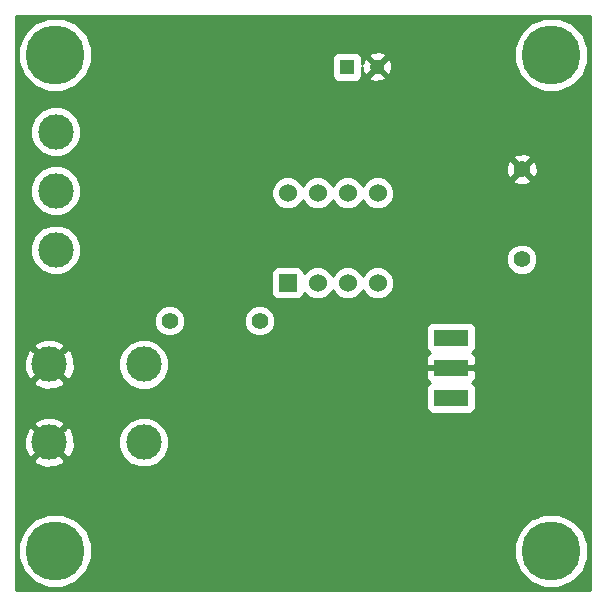
<source format=gbl>
G04 (created by PCBNEW (2014-01-10 BZR 4027)-stable) date Saturday, May 10, 2014 'pmt' 10:24:49 pm*
%MOIN*%
G04 Gerber Fmt 3.4, Leading zero omitted, Abs format*
%FSLAX34Y34*%
G01*
G70*
G90*
G04 APERTURE LIST*
%ADD10C,0.00590551*%
%ADD11R,0.06X0.06*%
%ADD12C,0.06*%
%ADD13C,0.055*%
%ADD14R,0.11811X0.0551181*%
%ADD15C,0.11811*%
%ADD16C,0.19685*%
%ADD17R,0.05X0.05*%
%ADD18C,0.05*%
%ADD19C,0.01*%
G04 APERTURE END LIST*
G54D10*
G54D11*
X72318Y-52484D03*
G54D12*
X73318Y-52484D03*
X74318Y-52484D03*
X75318Y-52484D03*
X75318Y-49484D03*
X74318Y-49484D03*
X73318Y-49484D03*
X72318Y-49484D03*
G54D13*
X80118Y-48696D03*
X80118Y-51696D03*
X68381Y-53740D03*
X71381Y-53740D03*
G54D14*
X77755Y-54314D03*
X77755Y-55314D03*
X77755Y-56314D03*
G54D15*
X67519Y-55196D03*
X64370Y-57795D03*
X67519Y-57795D03*
X64370Y-55196D03*
X64586Y-49409D03*
X64586Y-47440D03*
X64586Y-51377D03*
G54D16*
X81102Y-44881D03*
X64566Y-44881D03*
X64566Y-61417D03*
X81102Y-61417D03*
G54D17*
X74303Y-45275D03*
G54D18*
X75303Y-45275D03*
G54D10*
G36*
X82407Y-62722D02*
X82336Y-62722D01*
X82336Y-61172D01*
X82336Y-44637D01*
X82149Y-44183D01*
X81802Y-43836D01*
X81348Y-43647D01*
X80857Y-43647D01*
X80404Y-43834D01*
X80056Y-44181D01*
X79868Y-44635D01*
X79867Y-45126D01*
X80055Y-45580D01*
X80402Y-45927D01*
X80855Y-46115D01*
X81346Y-46116D01*
X81800Y-45928D01*
X82148Y-45581D01*
X82336Y-45128D01*
X82336Y-44637D01*
X82336Y-61172D01*
X82149Y-60719D01*
X81802Y-60371D01*
X81348Y-60183D01*
X80857Y-60182D01*
X80648Y-60269D01*
X80648Y-48772D01*
X80636Y-48564D01*
X80578Y-48424D01*
X80485Y-48399D01*
X80415Y-48470D01*
X80415Y-48329D01*
X80390Y-48236D01*
X80193Y-48166D01*
X79985Y-48178D01*
X79845Y-48236D01*
X79821Y-48329D01*
X80118Y-48626D01*
X80415Y-48329D01*
X80415Y-48470D01*
X80188Y-48696D01*
X80485Y-48993D01*
X80578Y-48969D01*
X80648Y-48772D01*
X80648Y-60269D01*
X80643Y-60271D01*
X80643Y-51592D01*
X80563Y-51399D01*
X80415Y-51252D01*
X80415Y-51251D01*
X80415Y-49064D01*
X80118Y-48767D01*
X80047Y-48838D01*
X80047Y-48696D01*
X79750Y-48399D01*
X79657Y-48424D01*
X79588Y-48621D01*
X79599Y-48829D01*
X79657Y-48969D01*
X79750Y-48993D01*
X80047Y-48696D01*
X80047Y-48838D01*
X79821Y-49064D01*
X79845Y-49157D01*
X80042Y-49226D01*
X80250Y-49215D01*
X80390Y-49157D01*
X80415Y-49064D01*
X80415Y-51251D01*
X80222Y-51171D01*
X80014Y-51171D01*
X79821Y-51251D01*
X79673Y-51399D01*
X79593Y-51591D01*
X79593Y-51800D01*
X79672Y-51993D01*
X79820Y-52141D01*
X80013Y-52221D01*
X80222Y-52221D01*
X80415Y-52142D01*
X80562Y-51994D01*
X80643Y-51801D01*
X80643Y-51592D01*
X80643Y-60271D01*
X80404Y-60370D01*
X80056Y-60717D01*
X79868Y-61170D01*
X79867Y-61661D01*
X80055Y-62115D01*
X80402Y-62463D01*
X80855Y-62651D01*
X81346Y-62651D01*
X81800Y-62464D01*
X82148Y-62117D01*
X82336Y-61663D01*
X82336Y-61172D01*
X82336Y-62722D01*
X78596Y-62722D01*
X78596Y-56541D01*
X78596Y-55989D01*
X78558Y-55897D01*
X78488Y-55827D01*
X78457Y-55814D01*
X78488Y-55802D01*
X78558Y-55731D01*
X78596Y-55640D01*
X78596Y-54989D01*
X78558Y-54897D01*
X78488Y-54827D01*
X78457Y-54814D01*
X78487Y-54802D01*
X78558Y-54732D01*
X78596Y-54640D01*
X78596Y-54541D01*
X78596Y-53989D01*
X78558Y-53897D01*
X78488Y-53827D01*
X78396Y-53789D01*
X78296Y-53789D01*
X77115Y-53789D01*
X77023Y-53827D01*
X76953Y-53897D01*
X76915Y-53989D01*
X76915Y-54088D01*
X76915Y-54640D01*
X76953Y-54731D01*
X77023Y-54802D01*
X77053Y-54814D01*
X77023Y-54827D01*
X76953Y-54897D01*
X76915Y-54989D01*
X76915Y-55202D01*
X76977Y-55264D01*
X77705Y-55264D01*
X77705Y-55257D01*
X77805Y-55257D01*
X77805Y-55264D01*
X78533Y-55264D01*
X78596Y-55202D01*
X78596Y-54989D01*
X78596Y-55640D01*
X78596Y-55427D01*
X78533Y-55364D01*
X77805Y-55364D01*
X77805Y-55372D01*
X77705Y-55372D01*
X77705Y-55364D01*
X76977Y-55364D01*
X76915Y-55427D01*
X76915Y-55640D01*
X76953Y-55731D01*
X77023Y-55802D01*
X77053Y-55814D01*
X77023Y-55827D01*
X76953Y-55897D01*
X76915Y-55989D01*
X76915Y-56088D01*
X76915Y-56640D01*
X76953Y-56731D01*
X77023Y-56802D01*
X77115Y-56840D01*
X77214Y-56840D01*
X78395Y-56840D01*
X78487Y-56802D01*
X78558Y-56732D01*
X78596Y-56640D01*
X78596Y-56541D01*
X78596Y-62722D01*
X75868Y-62722D01*
X75868Y-52375D01*
X75868Y-49375D01*
X75808Y-49228D01*
X75808Y-45345D01*
X75796Y-45146D01*
X75742Y-45017D01*
X75652Y-44996D01*
X75582Y-45067D01*
X75582Y-44925D01*
X75560Y-44835D01*
X75372Y-44770D01*
X75174Y-44782D01*
X75045Y-44835D01*
X75024Y-44925D01*
X75303Y-45204D01*
X75582Y-44925D01*
X75582Y-45067D01*
X75373Y-45275D01*
X75652Y-45554D01*
X75742Y-45533D01*
X75808Y-45345D01*
X75808Y-49228D01*
X75785Y-49173D01*
X75630Y-49018D01*
X75582Y-48998D01*
X75582Y-45625D01*
X75303Y-45346D01*
X75232Y-45417D01*
X75232Y-45275D01*
X74953Y-44996D01*
X74863Y-45017D01*
X74803Y-45191D01*
X74803Y-44976D01*
X74765Y-44884D01*
X74694Y-44813D01*
X74603Y-44775D01*
X74503Y-44775D01*
X74003Y-44775D01*
X73911Y-44813D01*
X73841Y-44883D01*
X73803Y-44975D01*
X73803Y-45075D01*
X73803Y-45575D01*
X73841Y-45667D01*
X73911Y-45737D01*
X74003Y-45775D01*
X74102Y-45775D01*
X74602Y-45775D01*
X74694Y-45737D01*
X74764Y-45667D01*
X74803Y-45575D01*
X74803Y-45476D01*
X74803Y-45291D01*
X74809Y-45404D01*
X74863Y-45533D01*
X74953Y-45554D01*
X75232Y-45275D01*
X75232Y-45417D01*
X75024Y-45625D01*
X75045Y-45715D01*
X75233Y-45780D01*
X75431Y-45768D01*
X75560Y-45715D01*
X75582Y-45625D01*
X75582Y-48998D01*
X75428Y-48934D01*
X75209Y-48934D01*
X75007Y-49017D01*
X74852Y-49172D01*
X74818Y-49254D01*
X74785Y-49173D01*
X74630Y-49018D01*
X74428Y-48934D01*
X74209Y-48934D01*
X74007Y-49017D01*
X73852Y-49172D01*
X73818Y-49254D01*
X73785Y-49173D01*
X73630Y-49018D01*
X73428Y-48934D01*
X73209Y-48934D01*
X73007Y-49017D01*
X72852Y-49172D01*
X72818Y-49254D01*
X72785Y-49173D01*
X72630Y-49018D01*
X72428Y-48934D01*
X72209Y-48934D01*
X72007Y-49017D01*
X71852Y-49172D01*
X71768Y-49374D01*
X71768Y-49593D01*
X71852Y-49795D01*
X72006Y-49950D01*
X72209Y-50034D01*
X72427Y-50034D01*
X72630Y-49950D01*
X72784Y-49796D01*
X72818Y-49714D01*
X72852Y-49795D01*
X73006Y-49950D01*
X73209Y-50034D01*
X73427Y-50034D01*
X73630Y-49950D01*
X73784Y-49796D01*
X73818Y-49714D01*
X73852Y-49795D01*
X74006Y-49950D01*
X74209Y-50034D01*
X74427Y-50034D01*
X74630Y-49950D01*
X74784Y-49796D01*
X74818Y-49714D01*
X74852Y-49795D01*
X75006Y-49950D01*
X75209Y-50034D01*
X75427Y-50034D01*
X75630Y-49950D01*
X75784Y-49796D01*
X75868Y-49594D01*
X75868Y-49375D01*
X75868Y-52375D01*
X75785Y-52173D01*
X75630Y-52018D01*
X75428Y-51934D01*
X75209Y-51934D01*
X75007Y-52017D01*
X74852Y-52172D01*
X74818Y-52254D01*
X74785Y-52173D01*
X74630Y-52018D01*
X74428Y-51934D01*
X74209Y-51934D01*
X74007Y-52017D01*
X73852Y-52172D01*
X73818Y-52254D01*
X73785Y-52173D01*
X73630Y-52018D01*
X73428Y-51934D01*
X73209Y-51934D01*
X73007Y-52017D01*
X72868Y-52156D01*
X72868Y-52134D01*
X72830Y-52042D01*
X72760Y-51972D01*
X72668Y-51934D01*
X72569Y-51934D01*
X71969Y-51934D01*
X71877Y-51972D01*
X71807Y-52042D01*
X71768Y-52134D01*
X71768Y-52233D01*
X71768Y-52833D01*
X71806Y-52925D01*
X71877Y-52996D01*
X71968Y-53034D01*
X72068Y-53034D01*
X72668Y-53034D01*
X72760Y-52996D01*
X72830Y-52926D01*
X72868Y-52834D01*
X72868Y-52811D01*
X73006Y-52950D01*
X73209Y-53034D01*
X73427Y-53034D01*
X73630Y-52950D01*
X73784Y-52796D01*
X73818Y-52714D01*
X73852Y-52795D01*
X74006Y-52950D01*
X74209Y-53034D01*
X74427Y-53034D01*
X74630Y-52950D01*
X74784Y-52796D01*
X74818Y-52714D01*
X74852Y-52795D01*
X75006Y-52950D01*
X75209Y-53034D01*
X75427Y-53034D01*
X75630Y-52950D01*
X75784Y-52796D01*
X75868Y-52594D01*
X75868Y-52375D01*
X75868Y-62722D01*
X71906Y-62722D01*
X71906Y-53636D01*
X71827Y-53443D01*
X71679Y-53295D01*
X71486Y-53215D01*
X71277Y-53215D01*
X71084Y-53294D01*
X70937Y-53442D01*
X70856Y-53635D01*
X70856Y-53844D01*
X70936Y-54037D01*
X71084Y-54184D01*
X71277Y-54265D01*
X71485Y-54265D01*
X71678Y-54185D01*
X71826Y-54037D01*
X71906Y-53845D01*
X71906Y-53636D01*
X71906Y-62722D01*
X68906Y-62722D01*
X68906Y-53636D01*
X68827Y-53443D01*
X68679Y-53295D01*
X68486Y-53215D01*
X68277Y-53215D01*
X68084Y-53294D01*
X67937Y-53442D01*
X67856Y-53635D01*
X67856Y-53844D01*
X67936Y-54037D01*
X68084Y-54184D01*
X68277Y-54265D01*
X68485Y-54265D01*
X68678Y-54185D01*
X68826Y-54037D01*
X68906Y-53845D01*
X68906Y-53636D01*
X68906Y-62722D01*
X68360Y-62722D01*
X68360Y-57628D01*
X68360Y-55030D01*
X68232Y-54721D01*
X67996Y-54484D01*
X67687Y-54356D01*
X67353Y-54356D01*
X67044Y-54483D01*
X66807Y-54720D01*
X66679Y-55028D01*
X66678Y-55363D01*
X66806Y-55672D01*
X67042Y-55909D01*
X67351Y-56037D01*
X67686Y-56037D01*
X67995Y-55909D01*
X68231Y-55673D01*
X68360Y-55364D01*
X68360Y-55030D01*
X68360Y-57628D01*
X68232Y-57319D01*
X67996Y-57083D01*
X67687Y-56954D01*
X67353Y-56954D01*
X67044Y-57082D01*
X66807Y-57318D01*
X66679Y-57627D01*
X66678Y-57961D01*
X66806Y-58270D01*
X67042Y-58507D01*
X67351Y-58635D01*
X67686Y-58635D01*
X67995Y-58508D01*
X68231Y-58272D01*
X68360Y-57963D01*
X68360Y-57628D01*
X68360Y-62722D01*
X65801Y-62722D01*
X65801Y-61172D01*
X65801Y-44637D01*
X65613Y-44183D01*
X65266Y-43836D01*
X64813Y-43647D01*
X64322Y-43647D01*
X63868Y-43834D01*
X63521Y-44181D01*
X63332Y-44635D01*
X63332Y-45126D01*
X63519Y-45580D01*
X63866Y-45927D01*
X64320Y-46115D01*
X64811Y-46116D01*
X65265Y-45928D01*
X65612Y-45581D01*
X65800Y-45128D01*
X65801Y-44637D01*
X65801Y-61172D01*
X65613Y-60719D01*
X65427Y-60532D01*
X65427Y-51211D01*
X65427Y-49242D01*
X65427Y-47274D01*
X65299Y-46965D01*
X65063Y-46728D01*
X64754Y-46600D01*
X64420Y-46600D01*
X64111Y-46727D01*
X63874Y-46964D01*
X63746Y-47273D01*
X63745Y-47607D01*
X63873Y-47916D01*
X64109Y-48153D01*
X64418Y-48281D01*
X64753Y-48281D01*
X65062Y-48153D01*
X65298Y-47917D01*
X65427Y-47608D01*
X65427Y-47274D01*
X65427Y-49242D01*
X65299Y-48933D01*
X65063Y-48697D01*
X64754Y-48569D01*
X64420Y-48568D01*
X64111Y-48696D01*
X63874Y-48932D01*
X63746Y-49241D01*
X63745Y-49575D01*
X63873Y-49884D01*
X64109Y-50121D01*
X64418Y-50249D01*
X64753Y-50250D01*
X65062Y-50122D01*
X65298Y-49886D01*
X65427Y-49577D01*
X65427Y-49242D01*
X65427Y-51211D01*
X65299Y-50902D01*
X65063Y-50665D01*
X64754Y-50537D01*
X64420Y-50537D01*
X64111Y-50664D01*
X63874Y-50901D01*
X63746Y-51210D01*
X63745Y-51544D01*
X63873Y-51853D01*
X64109Y-52090D01*
X64418Y-52218D01*
X64753Y-52218D01*
X65062Y-52090D01*
X65298Y-51854D01*
X65427Y-51545D01*
X65427Y-51211D01*
X65427Y-60532D01*
X65266Y-60371D01*
X65213Y-60349D01*
X65213Y-57946D01*
X65213Y-55347D01*
X65207Y-55013D01*
X65091Y-54734D01*
X64966Y-54671D01*
X64895Y-54742D01*
X64895Y-54600D01*
X64832Y-54475D01*
X64521Y-54353D01*
X64186Y-54359D01*
X63907Y-54475D01*
X63844Y-54600D01*
X64370Y-55126D01*
X64895Y-54600D01*
X64895Y-54742D01*
X64440Y-55196D01*
X64966Y-55722D01*
X65091Y-55659D01*
X65213Y-55347D01*
X65213Y-57946D01*
X65207Y-57612D01*
X65091Y-57332D01*
X64966Y-57269D01*
X64895Y-57340D01*
X64895Y-57199D01*
X64895Y-55792D01*
X64370Y-55267D01*
X64299Y-55338D01*
X64299Y-55196D01*
X63774Y-54671D01*
X63648Y-54734D01*
X63526Y-55045D01*
X63532Y-55380D01*
X63648Y-55659D01*
X63774Y-55722D01*
X64299Y-55196D01*
X64299Y-55338D01*
X63844Y-55792D01*
X63907Y-55918D01*
X64218Y-56040D01*
X64553Y-56034D01*
X64832Y-55918D01*
X64895Y-55792D01*
X64895Y-57199D01*
X64832Y-57073D01*
X64521Y-56951D01*
X64186Y-56958D01*
X63907Y-57073D01*
X63844Y-57199D01*
X64370Y-57724D01*
X64895Y-57199D01*
X64895Y-57340D01*
X64440Y-57795D01*
X64966Y-58320D01*
X65091Y-58257D01*
X65213Y-57946D01*
X65213Y-60349D01*
X64895Y-60217D01*
X64895Y-58391D01*
X64370Y-57865D01*
X64299Y-57936D01*
X64299Y-57795D01*
X63774Y-57269D01*
X63648Y-57332D01*
X63526Y-57644D01*
X63532Y-57978D01*
X63648Y-58257D01*
X63774Y-58320D01*
X64299Y-57795D01*
X64299Y-57936D01*
X63844Y-58391D01*
X63907Y-58516D01*
X64218Y-58638D01*
X64553Y-58632D01*
X64832Y-58516D01*
X64895Y-58391D01*
X64895Y-60217D01*
X64813Y-60183D01*
X64322Y-60182D01*
X63868Y-60370D01*
X63521Y-60717D01*
X63332Y-61170D01*
X63332Y-61661D01*
X63519Y-62115D01*
X63866Y-62463D01*
X64320Y-62651D01*
X64811Y-62651D01*
X65265Y-62464D01*
X65612Y-62117D01*
X65800Y-61663D01*
X65801Y-61172D01*
X65801Y-62722D01*
X63261Y-62722D01*
X63261Y-43576D01*
X82407Y-43576D01*
X82407Y-62722D01*
X82407Y-62722D01*
G37*
G54D19*
X82407Y-62722D02*
X82336Y-62722D01*
X82336Y-61172D01*
X82336Y-44637D01*
X82149Y-44183D01*
X81802Y-43836D01*
X81348Y-43647D01*
X80857Y-43647D01*
X80404Y-43834D01*
X80056Y-44181D01*
X79868Y-44635D01*
X79867Y-45126D01*
X80055Y-45580D01*
X80402Y-45927D01*
X80855Y-46115D01*
X81346Y-46116D01*
X81800Y-45928D01*
X82148Y-45581D01*
X82336Y-45128D01*
X82336Y-44637D01*
X82336Y-61172D01*
X82149Y-60719D01*
X81802Y-60371D01*
X81348Y-60183D01*
X80857Y-60182D01*
X80648Y-60269D01*
X80648Y-48772D01*
X80636Y-48564D01*
X80578Y-48424D01*
X80485Y-48399D01*
X80415Y-48470D01*
X80415Y-48329D01*
X80390Y-48236D01*
X80193Y-48166D01*
X79985Y-48178D01*
X79845Y-48236D01*
X79821Y-48329D01*
X80118Y-48626D01*
X80415Y-48329D01*
X80415Y-48470D01*
X80188Y-48696D01*
X80485Y-48993D01*
X80578Y-48969D01*
X80648Y-48772D01*
X80648Y-60269D01*
X80643Y-60271D01*
X80643Y-51592D01*
X80563Y-51399D01*
X80415Y-51252D01*
X80415Y-51251D01*
X80415Y-49064D01*
X80118Y-48767D01*
X80047Y-48838D01*
X80047Y-48696D01*
X79750Y-48399D01*
X79657Y-48424D01*
X79588Y-48621D01*
X79599Y-48829D01*
X79657Y-48969D01*
X79750Y-48993D01*
X80047Y-48696D01*
X80047Y-48838D01*
X79821Y-49064D01*
X79845Y-49157D01*
X80042Y-49226D01*
X80250Y-49215D01*
X80390Y-49157D01*
X80415Y-49064D01*
X80415Y-51251D01*
X80222Y-51171D01*
X80014Y-51171D01*
X79821Y-51251D01*
X79673Y-51399D01*
X79593Y-51591D01*
X79593Y-51800D01*
X79672Y-51993D01*
X79820Y-52141D01*
X80013Y-52221D01*
X80222Y-52221D01*
X80415Y-52142D01*
X80562Y-51994D01*
X80643Y-51801D01*
X80643Y-51592D01*
X80643Y-60271D01*
X80404Y-60370D01*
X80056Y-60717D01*
X79868Y-61170D01*
X79867Y-61661D01*
X80055Y-62115D01*
X80402Y-62463D01*
X80855Y-62651D01*
X81346Y-62651D01*
X81800Y-62464D01*
X82148Y-62117D01*
X82336Y-61663D01*
X82336Y-61172D01*
X82336Y-62722D01*
X78596Y-62722D01*
X78596Y-56541D01*
X78596Y-55989D01*
X78558Y-55897D01*
X78488Y-55827D01*
X78457Y-55814D01*
X78488Y-55802D01*
X78558Y-55731D01*
X78596Y-55640D01*
X78596Y-54989D01*
X78558Y-54897D01*
X78488Y-54827D01*
X78457Y-54814D01*
X78487Y-54802D01*
X78558Y-54732D01*
X78596Y-54640D01*
X78596Y-54541D01*
X78596Y-53989D01*
X78558Y-53897D01*
X78488Y-53827D01*
X78396Y-53789D01*
X78296Y-53789D01*
X77115Y-53789D01*
X77023Y-53827D01*
X76953Y-53897D01*
X76915Y-53989D01*
X76915Y-54088D01*
X76915Y-54640D01*
X76953Y-54731D01*
X77023Y-54802D01*
X77053Y-54814D01*
X77023Y-54827D01*
X76953Y-54897D01*
X76915Y-54989D01*
X76915Y-55202D01*
X76977Y-55264D01*
X77705Y-55264D01*
X77705Y-55257D01*
X77805Y-55257D01*
X77805Y-55264D01*
X78533Y-55264D01*
X78596Y-55202D01*
X78596Y-54989D01*
X78596Y-55640D01*
X78596Y-55427D01*
X78533Y-55364D01*
X77805Y-55364D01*
X77805Y-55372D01*
X77705Y-55372D01*
X77705Y-55364D01*
X76977Y-55364D01*
X76915Y-55427D01*
X76915Y-55640D01*
X76953Y-55731D01*
X77023Y-55802D01*
X77053Y-55814D01*
X77023Y-55827D01*
X76953Y-55897D01*
X76915Y-55989D01*
X76915Y-56088D01*
X76915Y-56640D01*
X76953Y-56731D01*
X77023Y-56802D01*
X77115Y-56840D01*
X77214Y-56840D01*
X78395Y-56840D01*
X78487Y-56802D01*
X78558Y-56732D01*
X78596Y-56640D01*
X78596Y-56541D01*
X78596Y-62722D01*
X75868Y-62722D01*
X75868Y-52375D01*
X75868Y-49375D01*
X75808Y-49228D01*
X75808Y-45345D01*
X75796Y-45146D01*
X75742Y-45017D01*
X75652Y-44996D01*
X75582Y-45067D01*
X75582Y-44925D01*
X75560Y-44835D01*
X75372Y-44770D01*
X75174Y-44782D01*
X75045Y-44835D01*
X75024Y-44925D01*
X75303Y-45204D01*
X75582Y-44925D01*
X75582Y-45067D01*
X75373Y-45275D01*
X75652Y-45554D01*
X75742Y-45533D01*
X75808Y-45345D01*
X75808Y-49228D01*
X75785Y-49173D01*
X75630Y-49018D01*
X75582Y-48998D01*
X75582Y-45625D01*
X75303Y-45346D01*
X75232Y-45417D01*
X75232Y-45275D01*
X74953Y-44996D01*
X74863Y-45017D01*
X74803Y-45191D01*
X74803Y-44976D01*
X74765Y-44884D01*
X74694Y-44813D01*
X74603Y-44775D01*
X74503Y-44775D01*
X74003Y-44775D01*
X73911Y-44813D01*
X73841Y-44883D01*
X73803Y-44975D01*
X73803Y-45075D01*
X73803Y-45575D01*
X73841Y-45667D01*
X73911Y-45737D01*
X74003Y-45775D01*
X74102Y-45775D01*
X74602Y-45775D01*
X74694Y-45737D01*
X74764Y-45667D01*
X74803Y-45575D01*
X74803Y-45476D01*
X74803Y-45291D01*
X74809Y-45404D01*
X74863Y-45533D01*
X74953Y-45554D01*
X75232Y-45275D01*
X75232Y-45417D01*
X75024Y-45625D01*
X75045Y-45715D01*
X75233Y-45780D01*
X75431Y-45768D01*
X75560Y-45715D01*
X75582Y-45625D01*
X75582Y-48998D01*
X75428Y-48934D01*
X75209Y-48934D01*
X75007Y-49017D01*
X74852Y-49172D01*
X74818Y-49254D01*
X74785Y-49173D01*
X74630Y-49018D01*
X74428Y-48934D01*
X74209Y-48934D01*
X74007Y-49017D01*
X73852Y-49172D01*
X73818Y-49254D01*
X73785Y-49173D01*
X73630Y-49018D01*
X73428Y-48934D01*
X73209Y-48934D01*
X73007Y-49017D01*
X72852Y-49172D01*
X72818Y-49254D01*
X72785Y-49173D01*
X72630Y-49018D01*
X72428Y-48934D01*
X72209Y-48934D01*
X72007Y-49017D01*
X71852Y-49172D01*
X71768Y-49374D01*
X71768Y-49593D01*
X71852Y-49795D01*
X72006Y-49950D01*
X72209Y-50034D01*
X72427Y-50034D01*
X72630Y-49950D01*
X72784Y-49796D01*
X72818Y-49714D01*
X72852Y-49795D01*
X73006Y-49950D01*
X73209Y-50034D01*
X73427Y-50034D01*
X73630Y-49950D01*
X73784Y-49796D01*
X73818Y-49714D01*
X73852Y-49795D01*
X74006Y-49950D01*
X74209Y-50034D01*
X74427Y-50034D01*
X74630Y-49950D01*
X74784Y-49796D01*
X74818Y-49714D01*
X74852Y-49795D01*
X75006Y-49950D01*
X75209Y-50034D01*
X75427Y-50034D01*
X75630Y-49950D01*
X75784Y-49796D01*
X75868Y-49594D01*
X75868Y-49375D01*
X75868Y-52375D01*
X75785Y-52173D01*
X75630Y-52018D01*
X75428Y-51934D01*
X75209Y-51934D01*
X75007Y-52017D01*
X74852Y-52172D01*
X74818Y-52254D01*
X74785Y-52173D01*
X74630Y-52018D01*
X74428Y-51934D01*
X74209Y-51934D01*
X74007Y-52017D01*
X73852Y-52172D01*
X73818Y-52254D01*
X73785Y-52173D01*
X73630Y-52018D01*
X73428Y-51934D01*
X73209Y-51934D01*
X73007Y-52017D01*
X72868Y-52156D01*
X72868Y-52134D01*
X72830Y-52042D01*
X72760Y-51972D01*
X72668Y-51934D01*
X72569Y-51934D01*
X71969Y-51934D01*
X71877Y-51972D01*
X71807Y-52042D01*
X71768Y-52134D01*
X71768Y-52233D01*
X71768Y-52833D01*
X71806Y-52925D01*
X71877Y-52996D01*
X71968Y-53034D01*
X72068Y-53034D01*
X72668Y-53034D01*
X72760Y-52996D01*
X72830Y-52926D01*
X72868Y-52834D01*
X72868Y-52811D01*
X73006Y-52950D01*
X73209Y-53034D01*
X73427Y-53034D01*
X73630Y-52950D01*
X73784Y-52796D01*
X73818Y-52714D01*
X73852Y-52795D01*
X74006Y-52950D01*
X74209Y-53034D01*
X74427Y-53034D01*
X74630Y-52950D01*
X74784Y-52796D01*
X74818Y-52714D01*
X74852Y-52795D01*
X75006Y-52950D01*
X75209Y-53034D01*
X75427Y-53034D01*
X75630Y-52950D01*
X75784Y-52796D01*
X75868Y-52594D01*
X75868Y-52375D01*
X75868Y-62722D01*
X71906Y-62722D01*
X71906Y-53636D01*
X71827Y-53443D01*
X71679Y-53295D01*
X71486Y-53215D01*
X71277Y-53215D01*
X71084Y-53294D01*
X70937Y-53442D01*
X70856Y-53635D01*
X70856Y-53844D01*
X70936Y-54037D01*
X71084Y-54184D01*
X71277Y-54265D01*
X71485Y-54265D01*
X71678Y-54185D01*
X71826Y-54037D01*
X71906Y-53845D01*
X71906Y-53636D01*
X71906Y-62722D01*
X68906Y-62722D01*
X68906Y-53636D01*
X68827Y-53443D01*
X68679Y-53295D01*
X68486Y-53215D01*
X68277Y-53215D01*
X68084Y-53294D01*
X67937Y-53442D01*
X67856Y-53635D01*
X67856Y-53844D01*
X67936Y-54037D01*
X68084Y-54184D01*
X68277Y-54265D01*
X68485Y-54265D01*
X68678Y-54185D01*
X68826Y-54037D01*
X68906Y-53845D01*
X68906Y-53636D01*
X68906Y-62722D01*
X68360Y-62722D01*
X68360Y-57628D01*
X68360Y-55030D01*
X68232Y-54721D01*
X67996Y-54484D01*
X67687Y-54356D01*
X67353Y-54356D01*
X67044Y-54483D01*
X66807Y-54720D01*
X66679Y-55028D01*
X66678Y-55363D01*
X66806Y-55672D01*
X67042Y-55909D01*
X67351Y-56037D01*
X67686Y-56037D01*
X67995Y-55909D01*
X68231Y-55673D01*
X68360Y-55364D01*
X68360Y-55030D01*
X68360Y-57628D01*
X68232Y-57319D01*
X67996Y-57083D01*
X67687Y-56954D01*
X67353Y-56954D01*
X67044Y-57082D01*
X66807Y-57318D01*
X66679Y-57627D01*
X66678Y-57961D01*
X66806Y-58270D01*
X67042Y-58507D01*
X67351Y-58635D01*
X67686Y-58635D01*
X67995Y-58508D01*
X68231Y-58272D01*
X68360Y-57963D01*
X68360Y-57628D01*
X68360Y-62722D01*
X65801Y-62722D01*
X65801Y-61172D01*
X65801Y-44637D01*
X65613Y-44183D01*
X65266Y-43836D01*
X64813Y-43647D01*
X64322Y-43647D01*
X63868Y-43834D01*
X63521Y-44181D01*
X63332Y-44635D01*
X63332Y-45126D01*
X63519Y-45580D01*
X63866Y-45927D01*
X64320Y-46115D01*
X64811Y-46116D01*
X65265Y-45928D01*
X65612Y-45581D01*
X65800Y-45128D01*
X65801Y-44637D01*
X65801Y-61172D01*
X65613Y-60719D01*
X65427Y-60532D01*
X65427Y-51211D01*
X65427Y-49242D01*
X65427Y-47274D01*
X65299Y-46965D01*
X65063Y-46728D01*
X64754Y-46600D01*
X64420Y-46600D01*
X64111Y-46727D01*
X63874Y-46964D01*
X63746Y-47273D01*
X63745Y-47607D01*
X63873Y-47916D01*
X64109Y-48153D01*
X64418Y-48281D01*
X64753Y-48281D01*
X65062Y-48153D01*
X65298Y-47917D01*
X65427Y-47608D01*
X65427Y-47274D01*
X65427Y-49242D01*
X65299Y-48933D01*
X65063Y-48697D01*
X64754Y-48569D01*
X64420Y-48568D01*
X64111Y-48696D01*
X63874Y-48932D01*
X63746Y-49241D01*
X63745Y-49575D01*
X63873Y-49884D01*
X64109Y-50121D01*
X64418Y-50249D01*
X64753Y-50250D01*
X65062Y-50122D01*
X65298Y-49886D01*
X65427Y-49577D01*
X65427Y-49242D01*
X65427Y-51211D01*
X65299Y-50902D01*
X65063Y-50665D01*
X64754Y-50537D01*
X64420Y-50537D01*
X64111Y-50664D01*
X63874Y-50901D01*
X63746Y-51210D01*
X63745Y-51544D01*
X63873Y-51853D01*
X64109Y-52090D01*
X64418Y-52218D01*
X64753Y-52218D01*
X65062Y-52090D01*
X65298Y-51854D01*
X65427Y-51545D01*
X65427Y-51211D01*
X65427Y-60532D01*
X65266Y-60371D01*
X65213Y-60349D01*
X65213Y-57946D01*
X65213Y-55347D01*
X65207Y-55013D01*
X65091Y-54734D01*
X64966Y-54671D01*
X64895Y-54742D01*
X64895Y-54600D01*
X64832Y-54475D01*
X64521Y-54353D01*
X64186Y-54359D01*
X63907Y-54475D01*
X63844Y-54600D01*
X64370Y-55126D01*
X64895Y-54600D01*
X64895Y-54742D01*
X64440Y-55196D01*
X64966Y-55722D01*
X65091Y-55659D01*
X65213Y-55347D01*
X65213Y-57946D01*
X65207Y-57612D01*
X65091Y-57332D01*
X64966Y-57269D01*
X64895Y-57340D01*
X64895Y-57199D01*
X64895Y-55792D01*
X64370Y-55267D01*
X64299Y-55338D01*
X64299Y-55196D01*
X63774Y-54671D01*
X63648Y-54734D01*
X63526Y-55045D01*
X63532Y-55380D01*
X63648Y-55659D01*
X63774Y-55722D01*
X64299Y-55196D01*
X64299Y-55338D01*
X63844Y-55792D01*
X63907Y-55918D01*
X64218Y-56040D01*
X64553Y-56034D01*
X64832Y-55918D01*
X64895Y-55792D01*
X64895Y-57199D01*
X64832Y-57073D01*
X64521Y-56951D01*
X64186Y-56958D01*
X63907Y-57073D01*
X63844Y-57199D01*
X64370Y-57724D01*
X64895Y-57199D01*
X64895Y-57340D01*
X64440Y-57795D01*
X64966Y-58320D01*
X65091Y-58257D01*
X65213Y-57946D01*
X65213Y-60349D01*
X64895Y-60217D01*
X64895Y-58391D01*
X64370Y-57865D01*
X64299Y-57936D01*
X64299Y-57795D01*
X63774Y-57269D01*
X63648Y-57332D01*
X63526Y-57644D01*
X63532Y-57978D01*
X63648Y-58257D01*
X63774Y-58320D01*
X64299Y-57795D01*
X64299Y-57936D01*
X63844Y-58391D01*
X63907Y-58516D01*
X64218Y-58638D01*
X64553Y-58632D01*
X64832Y-58516D01*
X64895Y-58391D01*
X64895Y-60217D01*
X64813Y-60183D01*
X64322Y-60182D01*
X63868Y-60370D01*
X63521Y-60717D01*
X63332Y-61170D01*
X63332Y-61661D01*
X63519Y-62115D01*
X63866Y-62463D01*
X64320Y-62651D01*
X64811Y-62651D01*
X65265Y-62464D01*
X65612Y-62117D01*
X65800Y-61663D01*
X65801Y-61172D01*
X65801Y-62722D01*
X63261Y-62722D01*
X63261Y-43576D01*
X82407Y-43576D01*
X82407Y-62722D01*
M02*

</source>
